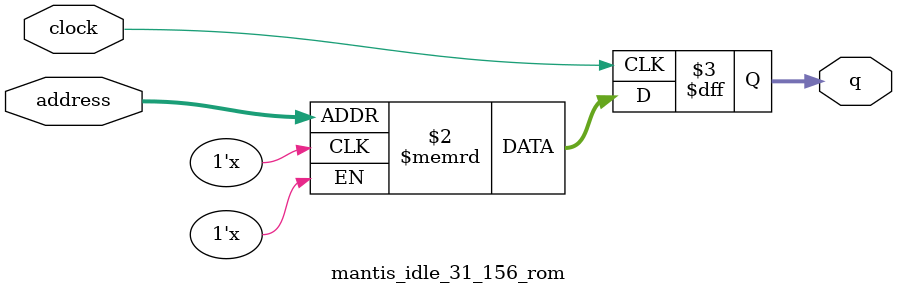
<source format=sv>
module mantis_idle_31_156_rom (
	input logic clock,
	input logic [12:0] address,
	output logic [2:0] q
);

logic [2:0] memory [0:4835] /* synthesis ram_init_file = "./mantis_idle_31_156/mantis_idle_31_156.mif" */;

always_ff @ (posedge clock) begin
	q <= memory[address];
end

endmodule

</source>
